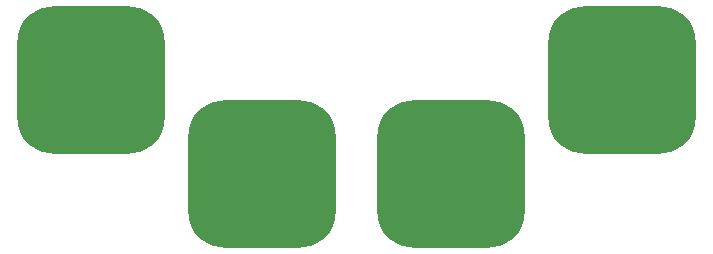
<source format=gbo>
%TF.GenerationSoftware,KiCad,Pcbnew,6.0.10-86aedd382b~118~ubuntu20.04.1*%
%TF.CreationDate,2023-01-03T11:24:15-05:00*%
%TF.ProjectId,touch_panel,746f7563-685f-4706-916e-656c2e6b6963,rev?*%
%TF.SameCoordinates,Original*%
%TF.FileFunction,Legend,Bot*%
%TF.FilePolarity,Positive*%
%FSLAX46Y46*%
G04 Gerber Fmt 4.6, Leading zero omitted, Abs format (unit mm)*
G04 Created by KiCad (PCBNEW 6.0.10-86aedd382b~118~ubuntu20.04.1) date 2023-01-03 11:24:15*
%MOMM*%
%LPD*%
G01*
G04 APERTURE LIST*
G04 Aperture macros list*
%AMRoundRect*
0 Rectangle with rounded corners*
0 $1 Rounding radius*
0 $2 $3 $4 $5 $6 $7 $8 $9 X,Y pos of 4 corners*
0 Add a 4 corners polygon primitive as box body*
4,1,4,$2,$3,$4,$5,$6,$7,$8,$9,$2,$3,0*
0 Add four circle primitives for the rounded corners*
1,1,$1+$1,$2,$3*
1,1,$1+$1,$4,$5*
1,1,$1+$1,$6,$7*
1,1,$1+$1,$8,$9*
0 Add four rect primitives between the rounded corners*
20,1,$1+$1,$2,$3,$4,$5,0*
20,1,$1+$1,$4,$5,$6,$7,0*
20,1,$1+$1,$6,$7,$8,$9,0*
20,1,$1+$1,$8,$9,$2,$3,0*%
G04 Aperture macros list end*
%ADD10C,0.150000*%
%ADD11RoundRect,3.125000X-3.125000X-3.125000X3.125000X-3.125000X3.125000X3.125000X-3.125000X3.125000X0*%
G04 APERTURE END LIST*
D10*
%TO.C,SW4*%
X128157333Y-114490761D02*
X128014476Y-114538380D01*
X127776380Y-114538380D01*
X127681142Y-114490761D01*
X127633523Y-114443142D01*
X127585904Y-114347904D01*
X127585904Y-114252666D01*
X127633523Y-114157428D01*
X127681142Y-114109809D01*
X127776380Y-114062190D01*
X127966857Y-114014571D01*
X128062095Y-113966952D01*
X128109714Y-113919333D01*
X128157333Y-113824095D01*
X128157333Y-113728857D01*
X128109714Y-113633619D01*
X128062095Y-113586000D01*
X127966857Y-113538380D01*
X127728761Y-113538380D01*
X127585904Y-113586000D01*
X127252571Y-113538380D02*
X127014476Y-114538380D01*
X126824000Y-113824095D01*
X126633523Y-114538380D01*
X126395428Y-113538380D01*
X125585904Y-113871714D02*
X125585904Y-114538380D01*
X125824000Y-113490761D02*
X126062095Y-114205047D01*
X125443047Y-114205047D01*
%TO.C,SW2*%
X158657333Y-122490761D02*
X158514476Y-122538380D01*
X158276380Y-122538380D01*
X158181142Y-122490761D01*
X158133523Y-122443142D01*
X158085904Y-122347904D01*
X158085904Y-122252666D01*
X158133523Y-122157428D01*
X158181142Y-122109809D01*
X158276380Y-122062190D01*
X158466857Y-122014571D01*
X158562095Y-121966952D01*
X158609714Y-121919333D01*
X158657333Y-121824095D01*
X158657333Y-121728857D01*
X158609714Y-121633619D01*
X158562095Y-121586000D01*
X158466857Y-121538380D01*
X158228761Y-121538380D01*
X158085904Y-121586000D01*
X157752571Y-121538380D02*
X157514476Y-122538380D01*
X157324000Y-121824095D01*
X157133523Y-122538380D01*
X156895428Y-121538380D01*
X156562095Y-121633619D02*
X156514476Y-121586000D01*
X156419238Y-121538380D01*
X156181142Y-121538380D01*
X156085904Y-121586000D01*
X156038285Y-121633619D01*
X155990666Y-121728857D01*
X155990666Y-121824095D01*
X156038285Y-121966952D01*
X156609714Y-122538380D01*
X155990666Y-122538380D01*
%TO.C,SW3*%
X142657333Y-122490761D02*
X142514476Y-122538380D01*
X142276380Y-122538380D01*
X142181142Y-122490761D01*
X142133523Y-122443142D01*
X142085904Y-122347904D01*
X142085904Y-122252666D01*
X142133523Y-122157428D01*
X142181142Y-122109809D01*
X142276380Y-122062190D01*
X142466857Y-122014571D01*
X142562095Y-121966952D01*
X142609714Y-121919333D01*
X142657333Y-121824095D01*
X142657333Y-121728857D01*
X142609714Y-121633619D01*
X142562095Y-121586000D01*
X142466857Y-121538380D01*
X142228761Y-121538380D01*
X142085904Y-121586000D01*
X141752571Y-121538380D02*
X141514476Y-122538380D01*
X141324000Y-121824095D01*
X141133523Y-122538380D01*
X140895428Y-121538380D01*
X140609714Y-121538380D02*
X139990666Y-121538380D01*
X140324000Y-121919333D01*
X140181142Y-121919333D01*
X140085904Y-121966952D01*
X140038285Y-122014571D01*
X139990666Y-122109809D01*
X139990666Y-122347904D01*
X140038285Y-122443142D01*
X140085904Y-122490761D01*
X140181142Y-122538380D01*
X140466857Y-122538380D01*
X140562095Y-122490761D01*
X140609714Y-122443142D01*
%TO.C,SW1*%
X173157333Y-114490761D02*
X173014476Y-114538380D01*
X172776380Y-114538380D01*
X172681142Y-114490761D01*
X172633523Y-114443142D01*
X172585904Y-114347904D01*
X172585904Y-114252666D01*
X172633523Y-114157428D01*
X172681142Y-114109809D01*
X172776380Y-114062190D01*
X172966857Y-114014571D01*
X173062095Y-113966952D01*
X173109714Y-113919333D01*
X173157333Y-113824095D01*
X173157333Y-113728857D01*
X173109714Y-113633619D01*
X173062095Y-113586000D01*
X172966857Y-113538380D01*
X172728761Y-113538380D01*
X172585904Y-113586000D01*
X172252571Y-113538380D02*
X172014476Y-114538380D01*
X171824000Y-113824095D01*
X171633523Y-114538380D01*
X171395428Y-113538380D01*
X170490666Y-114538380D02*
X171062095Y-114538380D01*
X170776380Y-114538380D02*
X170776380Y-113538380D01*
X170871619Y-113681238D01*
X170966857Y-113776476D01*
X171062095Y-113824095D01*
%TD*%
D11*
%TO.C,SW4*%
X126824000Y-114086000D03*
%TD*%
%TO.C,SW2*%
X157324000Y-122086000D03*
%TD*%
%TO.C,SW3*%
X141324000Y-122086000D03*
%TD*%
%TO.C,SW1*%
X171824000Y-114086000D03*
%TD*%
M02*

</source>
